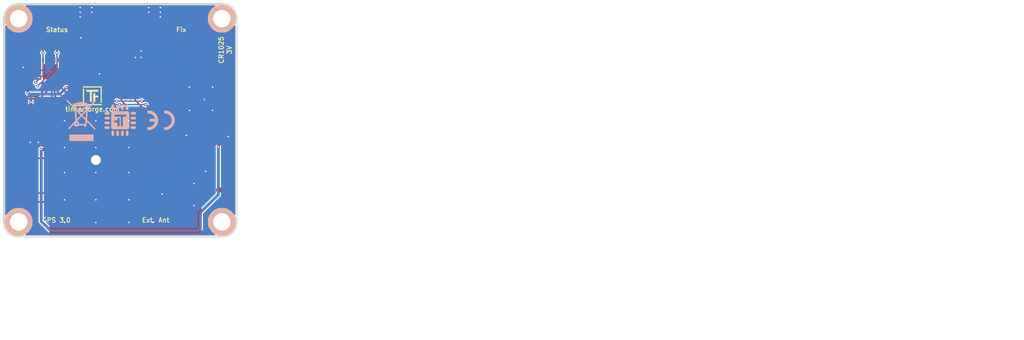
<source format=kicad_pcb>
(kicad_pcb (version 20221018) (generator pcbnew)
  (title_block (title "GPS Bricklet") (date "2020-10-14") (rev "3.0") (company "Tinkerforge GmbH") (comment 1 "Licensed under CERN OHL v.1.1") (comment 2 "Copyright (©) 2020, T.Schneidermann <tim@tinkerforge.com>"))
  (layers (0 "F.Cu" signal) (31 "B.Cu" signal) (34 "B.Paste" user) (35 "F.Paste" user) (36 "B.SilkS" user "B.Silkscreen") (37 "F.SilkS" user "F.Silkscreen") (38 "B.Mask" user) (39 "F.Mask" user) (44 "Edge.Cuts" user))
  (net 0 "")
  (net 1 "GND")
  (net 2 "VCC")
  (net 3 "Net-(D101-Pad2)")
  (net 4 "Net-(P101-Pad4)")
  (net 5 "Net-(P101-Pad5)")
  (net 6 "Net-(P101-Pad6)")
  (net 7 "Net-(P103-Pad2)")
  (net 8 "S-MISO")
  (net 9 "S-MOSI")
  (net 10 "S-CLK")
  (net 11 "S-CS")
  (net 12 "Net-(U101-Pad4)")
  (net 13 "Net-(U101-Pad5)")
  (net 14 "Net-(C3-Pad2)")
  (net 15 "Net-(RP2-Pad7)")
  (net 16 "Net-(RP2-Pad6)")
  (net 17 "Net-(U101-Pad3)")
  (net 18 "Net-(BT1-Pad1)")
  (net 19 "Net-(C1-Pad1)")
  (net 20 "Net-(C5-Pad2)")
  (net 21 "Net-(D1-Pad2)")
  (net 22 "Net-(L2-Pad2)")
  (net 23 "Net-(P1-Pad1)")
  (net 24 "Net-(P101-Pad1)")
  (net 25 "ANT_SWITCH")
  (net 26 "RESET")
  (net 27 "Net-(R2-Pad2)")
  (net 28 "TXD")
  (net 29 "RXD")
  (net 30 "Net-(R3-Pad2)")
  (net 31 "Net-(RP2-Pad4)")
  (net 32 "Net-(RP2-Pad3)")
  (net 33 "Net-(RP2-Pad2)")
  (net 34 "Net-(RP2-Pad1)")
  (net 35 "SCL")
  (net 36 "Net-(RP3-Pad6)")
  (net 37 "Net-(RP3-Pad7)")
  (net 38 "SDA")
  (net 39 "3D_FIX")
  (net 40 "Net-(U1-Pad6)")
  (net 41 "Net-(U1-Pad7)")
  (net 42 "1PPS")
  (net 43 "Net-(U1-Pad16)")
  (net 44 "Net-(U1-Pad17)")
  (net 45 "Net-(U1-Pad18)")
  (net 46 "Net-(U1-Pad20)")
  (net 47 "Net-(U101-Pad11)")
  (net 48 "Net-(L3-Pad1)")
  (net 49 "Net-(U101-Pad6)")
  (net 50 "Net-(U101-Pad2)")
  (net 51 "Net-(Q1-PadG)")
  (footprint "kicad-libraries:DRILL_NP" (layer "F.Cu") (at 102.5 102.5)
    (fp_text reference "U103" hide)
    (fp_text value "DRILL" hide)
    (pad "" np_thru_hole circle (at 0 0) (size 2.99974 2.99974) (drill 2.99974) (layers "*.Cu" "*.Mask" "F.SilkS") (clearance 0.89916))
  )
  (footprint "kicad-libraries:DRILL_NP" (layer "F.Cu") (at 137.5 137.5)
    (fp_text reference "U104" hide)
    (fp_text value "DRILL" hide)
    (pad "" np_thru_hole circle (at 0 0) (size 2.99974 2.99974) (drill 2.99974) (layers "*.Cu" "*.Mask" "F.SilkS") (clearance 0.89916))
  )
  (footprint "kicad-libraries:DRILL_NP" (layer "F.Cu") (at 137.5 102.5)
    (fp_text reference "U105" hide)
    (fp_text value "DRILL" hide)
    (pad "" np_thru_hole circle (at 0 0) (size 2.99974 2.99974) (drill 2.99974) (layers "*.Cu" "*.Mask" "F.SilkS") (clearance 0.89916))
  )
  (footprint "kicad-libraries:DRILL_NP" (layer "F.Cu") (at 102.5 137.5)
    (fp_text reference "U106" hide)
    (fp_text value "DRILL" hide)
    (pad "" np_thru_hole circle (at 0 0) (size 2.99974 2.99974) (drill 2.99974) (layers "*.Cu" "*.Mask" "F.SilkS") (clearance 0.89916))
  )
  (footprint "kicad-libraries:Logo_31x31" (layer "F.Cu") (at 115.2 115.8)
    (fp_text reference "G***" hide)
    (fp_text value "LOGO" hide)
  )
  (footprint "kicad-libraries:BATTERY_HOLDER_BK870" (layer "F.Cu") (at 134 116.4 90)
    (fp_text reference "BT1" (at 0 0.5 90) (layer "F.SilkS") (effects (font (size 0.15 0.15) (thickness 0.0375))))
    (fp_text value "CR1025 3V")
    (pad "1" smd rect (at -7.7 0 90) (size 3.2 3.2) (layers "F.Cu" "F.Paste" "F.Mask") (net 18 "Net-(BT1-Pad1)"))
    (pad "1" smd rect (at 7.7 0 90) (size 3.2 3.2) (layers "F.Cu" "F.Paste" "F.Mask") (net 18 "Net-(BT1-Pad1)"))
    (pad "2" smd circle (at 0 0 90) (size 8.13 8.13) (layers "F.Cu" "F.Mask") (net 1 "GND"))
  )
  (footprint "kicad-libraries:C0402F" (layer "F.Cu") (at 114.3 105.8 180)
    (fp_text reference "C1")
    (fp_text value "220pF")
    (pad "1" smd rect (at -0.5 0 180) (size 0.6 0.7) (layers "F.Cu" "F.Paste" "F.Mask") (net 19 "Net-(C1-Pad1)"))
    (pad "2" smd rect (at 0.5 0 180) (size 0.6 0.7) (layers "F.Cu" "F.Paste" "F.Mask") (net 1 "GND"))
  )
  (footprint "kicad-libraries:C0603E" (layer "F.Cu") (at 137.8 123.6 180)
    (fp_text reference "C2")
    (fp_text value "1uF")
    (pad "1" smd rect (at -0.8501 0 180) (size 1.1 1) (layers "F.Cu" "F.Paste" "F.Mask") (net 1 "GND"))
    (pad "2" smd rect (at 0.8501 0 180) (size 1.1 1) (layers "F.Cu" "F.Paste" "F.Mask") (net 18 "Net-(BT1-Pad1)"))
  )
  (footprint "kicad-libraries:C0603F" (layer "F.Cu") (at 104.5 122.2 90)
    (fp_text reference "C3")
    (fp_text value "1uF")
    (pad "1" smd rect (at -0.75 0 90) (size 0.9 0.9) (layers "F.Cu" "F.Paste" "F.Mask") (net 1 "GND"))
    (pad "2" smd rect (at 0.75 0 90) (size 0.9 0.9) (layers "F.Cu" "F.Paste" "F.Mask") (net 14 "Net-(C3-Pad2)"))
  )
  (footprint "kicad-libraries:C0603F" (layer "F.Cu") (at 105.9 122.2 90)
    (fp_text reference "C4")
    (fp_text value "100nF")
    (pad "1" smd rect (at -0.75 0 90) (size 0.9 0.9) (layers "F.Cu" "F.Paste" "F.Mask") (net 1 "GND"))
    (pad "2" smd rect (at 0.75 0 90) (size 0.9 0.9) (layers "F.Cu" "F.Paste" "F.Mask") (net 14 "Net-(C3-Pad2)"))
  )
  (footprint "kicad-libraries:C0603F" (layer "F.Cu") (at 131.6 131.2 180)
    (fp_text reference "C5")
    (fp_text value "DNP")
    (pad "1" smd rect (at -0.75 0 180) (size 0.9 0.9) (layers "F.Cu" "F.Paste" "F.Mask") (net 1 "GND"))
    (pad "2" smd rect (at 0.75 0 180) (size 0.9 0.9) (layers "F.Cu" "F.Paste" "F.Mask") (net 20 "Net-(C5-Pad2)"))
  )
  (footprint "kicad-libraries:C0603F" (layer "F.Cu") (at 121.9 108.3 180)
    (fp_text reference "C101")
    (fp_text value "1uF")
    (pad "1" smd rect (at -0.75 0 180) (size 0.9 0.9) (layers "F.Cu" "F.Paste" "F.Mask") (net 1 "GND"))
    (pad "2" smd rect (at 0.75 0 180) (size 0.9 0.9) (layers "F.Cu" "F.Paste" "F.Mask") (net 2 "VCC"))
  )
  (footprint "kicad-libraries:C0805E" (layer "F.Cu") (at 121.9 106.7 180)
    (fp_text reference "C102")
    (fp_text value "10uF")
    (pad "1" smd rect (at -0.95 0 180) (size 1.3 1.5) (layers "F.Cu" "F.Paste" "F.Mask") (net 1 "GND") (clearance 0.14986))
    (pad "2" smd rect (at 0.95 0 180) (size 1.3 1.5) (layers "F.Cu" "F.Paste" "F.Mask") (net 2 "VCC") (clearance 0.14986))
  )
  (footprint "kicad-libraries:C0603F" (layer "F.Cu") (at 104.1 111.7 -90)
    (fp_text reference "C103")
    (fp_text value "100nF")
    (pad "1" smd rect (at -0.75 0 270) (size 0.9 0.9) (layers "F.Cu" "F.Paste" "F.Mask") (net 1 "GND"))
    (pad "2" smd rect (at 0.75 0 270) (size 0.9 0.9) (layers "F.Cu" "F.Paste" "F.Mask") (net 2 "VCC"))
  )
  (footprint "kicad-libraries:D0603E" (layer "F.Cu") (at 130.5 102.1 -90)
    (fp_text reference "D1")
    (fp_text value "LED green")
    (pad "1" smd rect (at -0.8501 0 270) (size 1.1 1) (layers "F.Cu" "F.Paste" "F.Mask") (net 2 "VCC"))
    (pad "2" smd rect (at 0.8501 0 270) (size 1.1 1) (layers "F.Cu" "F.Paste" "F.Mask") (net 21 "Net-(D1-Pad2)"))
  )
  (footprint "kicad-libraries:D0603E" (layer "F.Cu") (at 109.1 102.1 -90)
    (fp_text reference "D101")
    (fp_text value "LED blue")
    (pad "1" smd rect (at -0.8501 0 270) (size 1.1 1) (layers "F.Cu" "F.Paste" "F.Mask") (net 2 "VCC"))
    (pad "2" smd rect (at 0.8501 0 270) (size 1.1 1) (layers "F.Cu" "F.Paste" "F.Mask") (net 3 "Net-(D101-Pad2)"))
  )
  (footprint "kicad-libraries:R0603F" (layer "F.Cu") (at 104.6 119.2 90)
    (fp_text reference "L1")
    (fp_text value "FB")
    (pad "1" smd rect (at -0.75 0 90) (size 0.9 0.9) (layers "F.Cu" "F.Paste" "F.Mask") (net 14 "Net-(C3-Pad2)"))
    (pad "2" smd rect (at 0.75 0 90) (size 0.9 0.9) (layers "F.Cu" "F.Paste" "F.Mask") (net 2 "VCC"))
  )
  (footprint "kicad-libraries:0603F" (layer "F.Cu") (at 130.8 133.4 -90)
    (fp_text reference "L2")
    (fp_text value "DNP")
    (pad "1" smd rect (at -0.75 0 270) (size 0.9 0.9) (layers "F.Cu" "F.Paste" "F.Mask") (net 20 "Net-(C5-Pad2)"))
    (pad "2" smd rect (at 0.75 0 270) (size 0.9 0.9) (layers "F.Cu" "F.Paste" "F.Mask") (net 22 "Net-(L2-Pad2)"))
  )
  (footprint "kicad-libraries:DEBUG_PAD" (layer "F.Cu") (at 115.5 113.5)
    (fp_text reference "P1")
    (fp_text value "Debug")
    (pad "1" smd circle (at 0 0) (size 0.7 0.7) (layers "F.Cu" "F.Paste" "F.Mask") (net 23 "Net-(P1-Pad1)"))
  )
  (footprint "kicad-libraries:CON-SENSOR2" (layer "F.Cu") (at 120 100 180)
    (fp_text reference "P101")
    (fp_text value "CON-SENSOR")
    (pad "1" smd rect (at -3.75 -4.6 180) (size 0.6 1.8) (layers "F.Cu" "F.Paste" "F.Mask") (net 24 "Net-(P101-Pad1)"))
    (pad "2" smd rect (at -2.5 -4.6 180) (size 0.6 1.8) (layers "F.Cu" "F.Paste" "F.Mask") (net 1 "GND"))
    (pad "3" smd rect (at -1.25 -4.6 180) (size 0.6 1.8) (layers "F.Cu" "F.Paste" "F.Mask") (net 2 "VCC"))
    (pad "4" smd rect (at 0 -4.6 180) (size 0.6 1.8) (layers "F.Cu" "F.Paste" "F.Mask") (net 4 "Net-(P101-Pad4)"))
    (pad "5" smd rect (at 1.25 -4.6 180) (size 0.6 1.8) (layers "F.Cu" "F.Paste" "F.Mask") (net 5 "Net-(P101-Pad5)"))
    (pad "6" smd rect (at 2.5 -4.6 180) (size 0.6 1.8) (layers "F.Cu" "F.Paste" "F.Mask") (net 6 "Net-(P101-Pad6)"))
    (pad "7" smd rect (at 3.75 -4.6 180) (size 0.6 1.8) (layers "F.Cu" "F.Paste" "F.Mask") (net 19 "Net-(C1-Pad1)"))
    (pad "EP" smd rect (at -5.9 -1.2 180) (size 1.4 2.4) (layers "F.Cu" "F.Paste" "F.Mask") (net 1 "GND"))
    (pad "EP" smd rect (at 5.9 -1.2 180) (size 1.4 2.4) (layers "F.Cu" "F.Paste" "F.Mask") (net 1 "GND"))
  )
  (footprint "kicad-libraries:SolderJumper" (layer "F.Cu") (at 115.5 112 180)
    (fp_text reference "P103")
    (fp_text value "Boot")
    (pad "1" smd rect (at -0.5 0 180) (size 0.4 1.4) (layers "F.Cu" "F.Mask") (net 1 "GND"))
    (pad "1" smd rect (at -0.225 -0.55 180) (size 0.95 0.3) (layers "F.Cu" "F.Mask") (net 1 "GND"))
    (pad "1" smd rect (at -0.225 0.55 180) (size 0.95 0.3) (layers "F.Cu" "F.Mask") (net 1 "GND"))
    (pad "2" smd rect (at 0.15 0 180) (size 0.6 0.5) (layers "F.Cu" "F.Mask") (net 7 "Net-(P103-Pad2)"))
    (pad "2" smd rect (at 0.55 0 180) (size 0.3 1.4) (layers "F.Cu" "F.Mask") (net 7 "Net-(P103-Pad2)"))
  )
  (footprint "kicad-libraries:U.FL-CON" (layer "F.Cu") (at 130.8 137.2 180)
    (fp_text reference "P104")
    (fp_text value "U.FL")
    (pad "1" smd rect (at 0 1.50114 180) (size 1.00076 1.05156) (layers "F.Cu" "F.Paste" "F.Mask") (net 22 "Net-(L2-Pad2)"))
    (pad "2" smd rect (at -1.45034 0 180) (size 1.09982 2.19964) (layers "F.Cu" "F.Paste" "F.Mask") (net 1 "GND"))
    (pad "2" smd rect (at 0 -1.50114 180) (size 1.00076 1.00076) (layers "F.Cu" "F.Paste" "F.Mask") (net 1 "GND"))
    (pad "2" smd rect (at 1.45034 0 180) (size 1.09982 2.19964) (layers "F.Cu" "F.Paste" "F.Mask") (net 1 "GND"))
  )
  (footprint "kicad-libraries:SOT23GDS" (layer "F.Cu") (at 130.8 128.8)
    (fp_text reference "Q1")
    (fp_text value "DNP")
    (pad "D" smd rect (at 0 1.016) (size 0.9144 0.9144) (layers "F.Cu" "F.Paste" "F.Mask") (net 20 "Net-(C5-Pad2)"))
    (pad "G" smd rect (at 0.889 -1.016) (size 0.9144 0.9144) (layers "F.Cu" "F.Paste" "F.Mask") (net 51 "Net-(Q1-PadG)"))
    (pad "S" smd rect (at -0.889 -1.016) (size 0.9144 0.9144) (layers "F.Cu" "F.Paste" "F.Mask") (net 48 "Net-(L3-Pad1)"))
  )
  (footprint "kicad-libraries:R0603F" (layer "F.Cu") (at 103.2 121.4 90)
    (fp_text reference "R1")
    (fp_text value "10k")
    (pad "1" smd rect (at -0.75 0 90) (size 0.9 0.9) (layers "F.Cu" "F.Paste" "F.Mask") (net 26 "RESET"))
    (pad "2" smd rect (at 0.75 0 90) (size 0.9 0.9) (layers "F.Cu" "F.Paste" "F.Mask") (net 14 "Net-(C3-Pad2)"))
  )
  (footprint "kicad-libraries:R0603F" (layer "F.Cu") (at 104.2 131.5 -90)
    (fp_text reference "R2")
    (fp_text value "470")
    (pad "1" smd rect (at -0.75 0 270) (size 0.9 0.9) (layers "F.Cu" "F.Paste" "F.Mask") (net 28 "TXD"))
    (pad "2" smd rect (at 0.75 0 270) (size 0.9 0.9) (layers "F.Cu" "F.Paste" "F.Mask") (net 27 "Net-(R2-Pad2)"))
  )
  (footprint "kicad-libraries:R0603F" (layer "F.Cu") (at 102.8 131.5 -90)
    (fp_text reference "R3")
    (fp_text value "470")
    (pad "1" smd rect (at -0.75 0 270) (size 0.9 0.9) (layers "F.Cu" "F.Paste" "F.Mask") (net 29 "RXD"))
    (pad "2" smd rect (at 0.75 0 270) (size 0.9 0.9) (layers "F.Cu" "F.Paste" "F.Mask") (net 30 "Net-(R3-Pad2)"))
  )
  (footprint "kicad-libraries:4X0402" (layer "F.Cu") (at 114.3 107.5 90)
    (fp_text reference "RP1")
    (fp_text value "82")
    (pad "1" smd rect (at -0.7493 0.575 270) (size 0.29972 0.65) (layers "F.Cu" "F.Paste" "F.Mask") (net 4 "Net-(P101-Pad4)"))
    (pad "2" smd rect (at -0.24892 0.575 270) (size 0.29972 0.65) (layers "F.Cu" "F.Paste" "F.Mask") (net 5 "Net-(P101-Pad5)"))
    (pad "3" smd rect (at 0.24892 0.575 270) (size 0.29972 0.65) (layers "F.Cu" "F.Paste" "F.Mask") (net 6 "Net-(P101-Pad6)"))
    (pad "4" smd rect (at 0.7493 0.575 270) (size 0.29972 0.65) (layers "F.Cu" "F.Paste" "F.Mask") (net 19 "Net-(C1-Pad1)"))
    (pad "5" smd rect (at 0.7493 -0.575 90) (size 0.29972 0.65) (layers "F.Cu" "F.Paste" "F.Mask") (net 8 "S-MISO"))
    (pad "6" smd rect (at 0.24892 -0.575 90) (size 0.29972 0.65) (layers "F.Cu" "F.Paste" "F.Mask") (net 9 "S-MOSI"))
    (pad "7" smd rect (at -0.24892 -0.575 90) (size 0.29972 0.65) (layers "F.Cu" "F.Paste" "F.Mask") (net 10 "S-CLK"))
    (pad "8" smd rect (at -0.7493 -0.575 90) (size 0.29972 0.65) (layers "F.Cu" "F.Paste" "F.Mask") (net 11 "S-CS"))
  )
  (footprint "kicad-libraries:4X0603" (layer "F.Cu") (at 107.9 106.6 180)
    (fp_text reference "RP2")
    (fp_text value "1k")
    (pad "1" smd rect (at -1.19888 -0.8509 180) (size 0.44958 0.89916) (layers "F.Cu" "F.Paste" "F.Mask") (net 34 "Net-(RP2-Pad1)"))
    (pad "2" smd rect (at -0.39878 -0.8509 180) (size 0.44958 0.89916) (layers "F.Cu" "F.Paste" "F.Mask") (net 33 "Net-(RP2-Pad2)"))
    (pad "3" smd rect (at 0.39878 -0.8509 180) (size 0.44958 0.89916) (layers "F.Cu" "F.Paste" "F.Mask") (net 32 "Net-(RP2-Pad3)"))
    (pad "4" smd rect (at 1.19888 -0.8509 180) (size 0.44958 0.89916) (layers "F.Cu" "F.Paste" "F.Mask") (net 31 "Net-(RP2-Pad4)"))
    (pad "5" smd rect (at 1.19888 0.8509 180) (size 0.44958 0.89916) (layers "F.Cu" "F.Paste" "F.Mask") (net 3 "Net-(D101-Pad2)"))
    (pad "6" smd rect (at 0.39878 0.8509 180) (size 0.44958 0.89916) (layers "F.Cu" "F.Paste" "F.Mask") (net 16 "Net-(RP2-Pad6)"))
    (pad "7" smd rect (at -0.39878 0.8509 180) (size 0.44958 0.89916) (layers "F.Cu" "F.Paste" "F.Mask") (net 15 "Net-(RP2-Pad7)"))
    (pad "8" smd rect (at -1.19888 0.8509 180) (size 0.44958 0.89916) (layers "F.Cu" "F.Paste" "F.Mask") (net 21 "Net-(D1-Pad2)"))
  )
  (footprint "kicad-libraries:4X0603" (layer "F.Cu") (at 121.4 115.1)
    (fp_text reference "RP3")
    (fp_text value "4,7k")
    (pad "1" smd rect (at -1.19888 -0.8509) (size 0.44958 0.89916) (layers "F.Cu" "F.Paste" "F.Mask") (net 2 "VCC"))
    (pad "2" smd rect (at -0.39878 -0.8509) (size 0.44958 0.89916) (layers "F.Cu" "F.Paste" "F.Mask") (net 2 "VCC"))
    (pad "3" smd rect (at 0.39878 -0.8509) (size 0.44958 0.89916) (layers "F.Cu" "F.Paste" "F.Mask") (net 2 "VCC"))
    (pad "4" smd rect (at 1.19888 -0.8509) (size 0.44958 0.89916) (layers "F.Cu" "F.Paste" "F.Mask") (net 2 "VCC"))
    (pad "5" smd rect (at 1.19888 0.8509) (size 0.44958 0.89916) (layers "F.Cu" "F.Paste" "F.Mask") (net 35 "SCL"))
    (pad "6" smd rect (at 0.39878 0.8509) (size 0.44958 0.89916) (layers "F.Cu" "F.Paste" "F.Mask") (net 36 "Net-(RP3-Pad6)"))
    (pad "7" smd rect (at -0.39878 0.8509) (size 0.44958 0.89916) (layers "F.Cu" "F.Paste" "F.Mask") (net 37 "Net-(RP3-Pad7)"))
    (pad "8" smd rect (at -1.19888 0.8509) (size 0.44958 0.89916) (layers "F.Cu" "F.Paste" "F.Mask") (net 38 "SDA"))
  )
  (footprint "kicad-libraries:PA1616D" (layer "F.Cu") (at 115.8 127.3)
    (fp_text reference "U1")
    (fp_text value "PA1616D")
    (pad "" np_thru_hole circle (at 0 -0.45) (size 1.2 1.2) (drill 1.2) (layers "*.Cu" "*.Mask"))
    (pad "1" smd roundrect (at -7.8 -6.75) (size 2 1) (layers "F.Cu" "F.Paste" "F.Mask") (roundrect_rratio 0.15) (net 14 "Net-(C3-Pad2)"))
    (pad "2" smd roundrect (at -7.8 -5.25) (size 2 1) (layers "F.Cu" "F.Paste" "F.Mask") (roundrect_rratio 0.15) (net 26 "RESET"))
    (pad "3" smd roundrect (at -7.8 -3.75) (size 2 1) (layers "F.Cu" "F.Paste" "F.Mask") (roundrect_rratio 0.15) (net 1 "GND"))
    (pad "4" smd roundrect (at -7.8 -2.25) (size 2 1) (layers "F.Cu" "F.Paste" "F.Mask") (roundrect_rratio 0.15) (net 18 "Net-(BT1-Pad1)"))
    (pad "5" smd roundrect (at -7.8 -0.75) (size 2 1) (layers "F.Cu" "F.Paste" "F.Mask") (roundrect_rratio 0.15) (net 39 "3D_FIX"))
    (pad "6" smd roundrect (at -7.8 0.75) (size 2 1) (layers "F.Cu" "F.Paste" "F.Mask") (roundrect_rratio 0.15) (net 40 "Net-(U1-Pad6)"))
    (pad "7" smd roundrect (at -7.8 2.25) (size 2 1) (layers "F.Cu" "F.Paste" "F.Mask") (roundrect_rratio 0.15) (net 41 "Net-(U1-Pad7)"))
    (pad "8" smd roundrect (at -7.8 3.75) (size 2 1) (layers "F.Cu" "F.Paste" "F.Mask") (roundrect_rratio 0.15) (net 1 "GND"))
    (pad "9" smd roundrect (at -7.8 5.25) (size 2 1) (layers "F.Cu" "F.Paste" "F.Mask") (roundrect_rratio 0.15) (net 27 "Net-(R2-Pad2)"))
    (pad "10" smd roundrect (at -7.8 6.75) (size 2 1) (layers "F.Cu" "F.Paste" "F.Mask") (roundrect_rratio 0.15) (net 30 "Net-(R3-Pad2)"))
    (pad "11" smd roundrect (at 7.8 6.75) (size 2 1) (layers "F.Cu" "F.Paste" "F.Mask") (roundrect_rratio 0.15) (net 22 "Net-(L2-Pad2)"))
    (pad "12" smd roundrect (at 7.8 5.25) (size 2 1) (layers "F.Cu" "F.Paste" "F.Mask") (roundrect_rratio 0.15) (net 1 "GND"))
    (pad "13" smd roundrect (at 7.8 3.75) (size 2 1) (layers "F.Cu" "F.Paste" "F.Mask") (roundrect_rratio 0.15) (net 42 "1PPS"))
    (pad "14" smd roundrect (at 7.8 2.25) (size 2 1) (layers "F.Cu" "F.Paste" "F.Mask") (roundrect_rratio 0.15) (net 35 "SCL"))
    (pad "15" smd roundrect (at 7.8 0.75) (size 2 1) (layers "F.Cu" "F.Paste" "F.Mask") (roundrect_rratio 0.15) (net 38 "SDA"))
    (pad "16" smd roundrect (at 7.8 -0.75) (size 2 1) (layers "F.Cu" "F.Paste" "F.Mask") (roundrect_rratio 0.15) (net 43 "Net-(U1-Pad16)"))
    (pad "17" smd roundrect (at 7.8 -2.25) (size 2 1) (layers "F.Cu" "F.Paste" "F.Mask") (roundrect_rratio 0.15) (net 44 "Net-(U1-Pad17)"))
    (pad "18" smd roundrect (at 7.8 -3.75) (size 2 1) (layers "F.Cu" "F.Paste" "F.Mask") (roundrect_rratio 0.15) (net 45 "Net-(U1-Pad18)"))
    (pad "19" smd roundrect (at 7.8 -5.25) (size 2 1) (layers "F.Cu" "F.Paste" "F.Mask") (roundrect_rratio 0.15) (net 1 "GND"))
    (pad "20" smd roundrect (at 7.8 -6.75) (size 2 1) (layers "F.Cu" "F.Paste" "F.Mask") (roundrect_rratio 0.15) (net 46 "Net-(U1-Pad20)"))
  )
  (footprint "kicad-libraries:QFN24-4x4mm-0.5mm" (layer "F.Cu") (at 107.95 111.65 -90)
    (fp_text reference "U101")
    (fp_text value "XMC1302-32")
    (pad "1" smd oval (at -2.025 -1.25 270) (size 1 0.3) (layers "F.Cu" "F.Paste" "F.Mask") (net 8 "S-MISO"))
    (pad "2" smd oval (at -2.025 -0.75 270) (size 1 0.3) (layers "F.Cu" "F.Paste" "F.Mask") (net 50 "Net-(U101-Pad2)"))
    (pad "3" smd oval (at -2.025 -0.25 270) (size 1 0.3) (layers "F.Cu" "F.Paste" "F.Mask") (net 17 "Net-(U101-Pad3)"))
    (pad "4" smd oval (at -2.025 0.25 270) (size 1 0.3) (layers "F.Cu" "F.Paste" "F.Mask") (net 12 "Net-(U101-Pad4)"))
    (pad "5" smd oval (at -2.025 0.75 270) (size 1 0.3) (layers "F.Cu" "F.Paste" "F.Mask") (net 13 "Net-(U101-Pad5)"))
    (pad "6" smd oval (at -2.025 1.25 270) (size 1 0.3) (layers "F.Cu" "F.Paste" "F.Mask") (net 49 "Net-(U101-Pad6)"))
    (pad "7" smd oval (at -1.25 2.025) (size 1 0.3) (layers "F.Cu" "F.Paste" "F.Mask") (net 29 "RXD"))
    (pad "8" smd oval (at -0.75 2.025) (size 1 0.3) (layers "F.Cu" "F.Paste" "F.Mask") (net 28 "TXD"))
    (pad "9" smd oval (at -0.25 2.025) (size 1 0.3) (layers "F.Cu" "F.Paste" "F.Mask") (net 1 "GND"))
    (pad "10" smd oval (at 0.25 2.025) (size 1 0.3) (layers "F.Cu" "F.Paste" "F.Mask") (net 2 "VCC"))
    (pad "11" smd oval (at 0.75 2.025) (size 1 0.3) (layers "F.Cu" "F.Paste" "F.Mask") (net 47 "Net-(U101-Pad11)"))
    (pad "12" smd oval (at 1.25 2.025) (size 1 0.3) (layers "F.Cu" "F.Paste" "F.Mask") (net 31 "Net-(RP2-Pad4)"))
    (pad "13" smd oval (at 2.025 1.25 270) (size 1 0.3) (layers "F.Cu" "F.Paste" "F.Mask") (net 34 "Net-(RP2-Pad1)"))
    (pad "14" smd oval (at 2.025 0.75 270) (size 1 0.3) (layers "F.Cu" "F.Paste" "F.Mask") (net 39 "3D_FIX"))
    (pad "15" smd oval (at 2.025 0.25 270) (size 1 0.3) (layers "F.Cu" "F.Paste" "F.Mask") (net 26 "RESET"))
    (pad "16" smd oval (at 2.025 -0.25 270) (size 1 0.3) (layers "F.Cu" "F.Paste" "F.Mask") (net 42 "1PPS"))
    (pad "17" smd oval (at 2.025 -0.75 270) (size 1 0.3) (layers "F.Cu" "F.Paste" "F.Mask") (net 25 "ANT_SWITCH"))
    (pad "18" smd oval (at 2.025 -1.25 270) (size 1 0.3) (layers "F.Cu" "F.Paste" "F.Mask") (net 38 "SDA"))
    (pad "19" smd oval (at 1.25 -2.025) (size 1 0.3) (layers "F.Cu" "F.Paste" "F.Mask") (net 35 "SCL"))
    (pad "20" smd oval (at 0.75 -2.025) (size 1 0.3) (layers "F.Cu" "F.Paste" "F.Mask") (net 23 "Net-(P1-Pad1)"))
    (pad "21" smd oval (at 0.25 -2.025) (size 1 0.3) (layers "F.Cu" "F.Paste" "F.Mask") (net 7 "Net-(P103-Pad2)"))
    (pad "22" smd oval (at -0.25 -2.025) (size 1 0.3) (layers "F.Cu" "F.Paste" "F.Mask") (net 11 "S-CS"))
    (pad "23" smd oval (at -0.75 -2.025) (size 1 0.3) (layers "F.Cu" "F.Paste" "F.Mask") (net 10 "S-CLK"))
    (pad "24" smd oval (at -1.25 -2.025) (size 1 0.3) (layers "F.Cu" "F.Paste" "F.Mask") (net 9 "S-MOSI"))
    (pad "EXP" smd rect (at -0.65 -0.65 270) (size 1.3 1.3) (layers "F.Cu" "F.Paste" "F.Mask") (net 1 "GND"))
    (pad "EXP" smd rect (at -0.65 0.65 270) (size 1.3 1.3) (layers "F.Cu" "F.Paste" "F.Mask") (net 1 "GND"))
    (pad "EXP" smd rect (at 0.65 -0.65 270) (size 1.3 1.3) (layers "F.Cu" "F.Paste" "F.Mask") (net 1 "GND"))
    (pad "EXP" smd rect (at 0.65 0.65 270) (size 1.3 1.3) (layers "F.Cu" "F.Paste" "F.Mask") (net 1 "GND"))
  )
  (footprint "kicad-libraries:C0603F" (layer "F.Cu") (at 130.7 123.4 180)
    (fp_text reference "C6")
    (fp_text value "DNP")
    (pad "1" smd rect (at -0.75 0 180) (size 0.9 0.9) (layers "F.Cu" "F.Paste" "F.Mask") (net 1 "GND"))
    (pad "2" smd rect (at 0.75 0 180) (size 0.9 0.9) (layers "F.Cu" "F.Paste" "F.Mask") (net 2 "VCC"))
  )
  (footprint "kicad-libraries:R0603F" (layer "F.Cu") (at 129.9 125.6 90)
    (fp_text reference "L3")
    (fp_text value "DNP")
    (pad "1" smd rect (at -0.75 0 90) (size 0.9 0.9) (layers "F.Cu" "F.Paste" "F.Mask") (net 48 "Net-(L3-Pad1)"))
    (pad "2" smd rect (at 0.75 0 90) (size 0.9 0.9) (layers "F.Cu" "F.Paste" "F.Mask") (net 2 "VCC"))
  )
  (footprint "kicad-libraries:R0603F" (layer "F.Cu") (at 132.5 126.5 180)
    (fp_text reference "R4")
    (fp_text value "DNP")
    (pad "1" smd rect (at -0.75 0 180) (size 0.9 0.9) (layers "F.Cu" "F.Paste" "F.Mask") (net 25 "ANT_SWITCH"))
    (pad "2" smd rect (at 0.75 0 180) (size 0.9 0.9) (layers "F.Cu" "F.Paste" "F.Mask") (net 51 "Net-(Q1-PadG)"))
  )
  (footprint "kicad-libraries:R0603F" (layer "F.Cu") (at 134.7 127.3 -90)
    (fp_text reference "R5")
    (fp_text value "DNP")
    (pad "1" smd rect (at -0.75 0 270) (size 0.9 0.9) (layers "F.Cu" "F.Paste" "F.Mask") (net 25 "ANT_SWITCH"))
    (pad "2" smd rect (at 0.75 0 270) (size 0.9 0.9) (layers "F.Cu" "F.Paste" "F.Mask") (net 1 "GND"))
  )
  (footprint "kicad-libraries:Fiducial_Mark" (layer "F.Cu") (at 104 107)
    (fp_text reference "Fiducial_Mark" hide)
    (fp_text value "VAL**" hide)
    (pad "1" smd circle (at 0 0) (size 1.00076 1.00076) (layers "F.Cu" "F.Paste" "F.Mask") (clearance 0.65024))
  )
  (footprint "kicad-libraries:Fiducial_Mark" (layer "F.Cu") (at 127 113)
    (fp_text reference "Fiducial_Mark" hide)
    (fp_text value "VAL**" hide)
    (pad "1" smd circle (at 0 0) (size 1.00076 1.00076) (layers "F.Cu" "F.Paste" "F.Mask") (clearance 0.65024))
  )
  (footprint "kicad-libraries:Fiducial_Mark" (layer "F.Cu") (at 137 132)
    (fp_text reference "Fiducial_Mark" hide)
    (fp_text value "VAL**" hide)
    (pad "1" smd circle (at 0 0) (size 1.00076 1.00076) (layers "F.Cu" "F.Paste" "F.Mask") (clearance 0.65024))
  )
  (footprint "kicad-libraries:Logo_CoMCU" (layer "B.Cu") (at 120 120 180)
    (fp_text reference "G***" hide)
    (fp_text value "LOGO" hide)
  )
  (footprint "kicad-libraries:CE_5mm" (layer "B.Cu") (at 127 120 180)
    (fp_text reference "VAL" hide)
    (fp_text value "CE_5mm" hide)
  )
  (footprint "kicad-libraries:WEEE_7mm" (layer "B.Cu") (at 113.3 120 180)
    (fp_text reference "VAL" hide)
    (fp_text value "WEEE_7mm" hide)
  )
  (gr_arc (start 137.5 100) (mid 139.267767 100.732233) (end 140 102.5) (stroke (width 0.381)) (layer "Edge.Cuts"))
  (gr_arc (start 100 102.5) (mid 100.732233 100.732233) (end 102.5 100) (stroke (width 0.381)) (layer "Edge.Cuts"))
  (gr_arc (start 102.5 140) (mid 100.732233 139.267767) (end 100 137.5) (stroke (width 0.381)) (layer "Edge.Cuts"))
  (gr_line (start 140 137.5) (end 140 102.5) (stroke (width 0.381)) (layer "Edge.Cuts"))
  (gr_line (start 137.5 100) (end 102.5 100) (stroke (width 0.381)) (layer "Edge.Cuts"))
  (gr_line (start 100 102.5) (end 100 137.5) (stroke (width 0.381)) (layer "Edge.Cuts"))
  (gr_arc (start 140 137.5) (mid 139.267767 139.267767) (end 137.5 140) (stroke (width 0.381)) (layer "Edge.Cuts"))
  (gr_line (start 102.5 140) (end 137.5 140) (stroke (width 0.381)) (layer "Edge.Cuts"))
  (gr_text "tinkerforge.com" (at 115.2 118.1) (layer "F.SilkS") (effects (font (size 0.8 0.8))))
  (gr_text "CR1025" (at 137.4 107.9 90) (layer "F.SilkS") (effects (font (size 0.8 0.8))))
  (gr_text "Ext. Ant" (at 126.1 137.2) (layer "F.SilkS") (effects (font (size 0.8 0.8))))
  (gr_text "3V" (at 138.8 107.9 90) (layer "F.SilkS") (effects (font (size 0.8 0.8))))
  (gr_text "Status" (at 109.1 104.4) (layer "F.SilkS") (effects (font (size 0.8 0.8))))
  (gr_text "Fix" (at 130.5 104.4) (layer "F.SilkS") (effects (font (size 0.8 0.8))))
  (gr_text "GPS 3.0" (at 109 137.2) (layer "F.SilkS") (effects (font (size 0.8 0.8))))
  (segment (start 125.9 101.2) (end 124.9 101.2) (width 0.5) (layer "F.Cu") (net 1))
  (segment (start 125.9 101.2) (end 126.9 101.2) (width 0.5) (layer "F.Cu") (net 1))
  (segment (start 106.15 122.95) (end 106.6 123.4) (width 0.5) (layer "F.Cu") (net 1))
  (segment (start 105.925 111.4) (end 106.9 111.4) (width 0.25) (layer "F.Cu") (net 1))
  (segment (start 122.85 108.1) (end 122.65 108.3) (width 0.5) (layer "F.Cu") (net 1))
  (segment (start 122.85 106.7) (end 122.85 108.1) (width 0.5) (layer "F.Cu") (net 1))
  (segment (start 116 112) (end 116.4 112) (width 0.2) (layer "F.Cu") (net 1))
  (segment (start 114.1 101.2) (end 113.1 101.2) (width 0.5) (layer "F.Cu") (net 1))
  (segment (start 106.6 123.4) (end 107.85 123.4) (width 0.5) (layer "F.Cu") (net 1))
  (segment (start 116 112) (end 116 112.275) (width 0.2) (layer "F.Cu") (net 1))
  (segment (start 105.9 122.95) (end 105.9 123.8) (width 0.5) (layer "F.Cu") (net 1))
  (segment (start 104.5 122.95) (end 105.9 122.95) (width 0.5) (layer "F.Cu") (net 1))
  (segment (start 131.45 123.4) (end 131.45 122.65) (width 0.25) (layer "F.Cu") (net 1))
  (segment (start 106.9 111.4) (end 107.3 111) (width 0.25) (layer "F.Cu") (net 1))
  (segment (start 122.5 106.35) (end 122.85 106.7) (width 0.5) (layer "F.Cu") (net 1))
  (segment (start 122.5 104.6) (end 122.5 106.35) (width 0.5) (layer "F.Cu") (net 1))
  (segment (start 107.3 111) (end 108.6 111) (width 0.25) (layer "F.Cu") (net 1))
  (segment (start 108.6 112.3) (end 107.3 112.3) (width 0.25) (layer "F.Cu") (net 1))
  (segment (start 138.6501 122.8501) (end 138.6 122.8) (width 0.25) (layer "F.Cu") (net 1))
  (segment (start 104.1 110.95) (end 103.35 110.95) (width 0.5) (layer "F.Cu") (net 1))
  (segment (start 107.85 123.4) (end 108 123.55) (width 0.5) (layer "F.Cu") (net 1))
  (segment (start 104.5 122.95) (end 104.5 123.8) (width 0.5) (layer "F.Cu") (net 1))
  (segment (start 115.725 111.45) (end 116 111.725) (width 0.2) (layer "F.Cu") (net 1))
  (segment (start 116 112.275) (end 115.725 112.55) (width 0.2) (layer "F.Cu") (net 1))
  (segment (start 138.6501 123.6) (end 138.6501 122.8501) (width 0.25) (layer "F.Cu") (net 1))
  (segment (start 114.1 101.2) (end 115.1 101.2) (width 0.5) (layer "F.Cu") (net 1))
  (segment (start 104.1 110.95) (end 104.55 111.4) (width 0.25) (layer "F.Cu") (net 1))
  (segment (start 108.6 111) (end 108.6 112.3) (width 0.25) (layer "F.Cu") (net 1))
  (segment (start 131.45 122.65) (end 131.4 122.6) (width 0.25) (layer "F.Cu") (net 1))
  (segment (start 103.35 110.95) (end 103.3 110.9) (width 0.5) (layer "F.Cu") (net 1))
  (segment (start 113.8 105.8) (end 113.2 105.8) (width 0.25) (layer "F.Cu") (net 1))
  (segment (start 104.55 111.4) (end 105.925 111.4) (width 0.25) (layer "F.Cu") (net 1))
  (segment (start 105.9 122.95) (end 106.15 122.95) (width 0.5) (layer "F.Cu") (net 1))
  (segment (start 134.7 128.05) (end 134.7 128.8) (width 0.25) (layer "F.Cu") (net 1))
  (segment (start 116 111.725) (end 116 112) (width 0.2) (layer "F.Cu") (net 1))
  (via (at 124.9 101.4) (size 0.55) (drill 0.25) (layers "F.Cu" "B.Cu") (net 1))
  (via (at 126.9 101.4) (size 0.55) (drill 0.25) (layers "F.Cu" "B.Cu") (net 1))
  (via (at 126.9 100.6) (size 0.55) (drill 0.25) (layers "F.Cu" "B.Cu") (net 1))
  (via (at 126.9 102.2) (size 0.55) (drill 0.25) (layers "F.Cu" "B.Cu") (net 1))
  (via (at 124.9 100.6) (size 0.55) (drill 0.25) (layers "F.Cu" "B.Cu") (net 1))
  (via (at 121.5 124.7) (size 0.55) (drill 0.25) (layers "F.Cu" "B.Cu") (net 1))
  (via (at 115.8 124.7) (size 0.55) (drill 0.25) (layers "F.Cu" "B.Cu") (net 1))
  (via (at 110.4 124.7) (size 0.55) (drill 0.25) (layers "F.Cu" "B.Cu") (net 1))
  (via (at 122.6 109.2) (size 0.55) (drill 0.25) (layers "F.Cu" "B.Cu") (net 1))
  (via (at 135.9 118.3) (size 0.55) (drill 0.25) (layers "F.Cu" "B.Cu") (net 1))
  (via (at 105.9 123.8) (size 0.55) (drill 0.25) (layers "F.Cu" "B.Cu") (net 1))
  (via (at 121.5 137.6) (size 0.55) (drill 0.25) (layers "F.Cu" "B.Cu") (net 1))
  (via (at 115.1 101.4) (size 0.55) (drill 0.25) (layers "F.Cu" "B.Cu") (net 1))
  (via (at 115.8 133.7) (size 0.55) (drill 0.25) (layers "F.Cu" "B.Cu") (net 1))
  (via (at 110.4 133.7) (size 0.55) (drill 0.25) (layers "F.Cu" "B.Cu") (net 1))
  (via (at 123.6 109.2) (size 0.55) (drill 0.25) (layers "F.Cu" "B.Cu") (net 1))
  (via (at 113.2 105.8) (size 0.55) (drill 0.25) (layers "F.Cu" "B.Cu") (net 1))
  (via (at 132.7 130.9) (size 0.55) (drill 0.25) (layers "F.Cu" "B.Cu") (net 1))
  (via (at 125.6 137.6) (size 0.55) (drill 0.25) (layers "F.Cu" "B.Cu") (net 1))
  (via (at 115.8 137.6) (size 0.55) (drill 0.25) (layers "F.Cu" "B.Cu") (net 1))
  (via (at 113.1 100.6) (size 0.55) (drill 0.25) (layers "F.Cu" "B.Cu") (net 1))
  (via (at 131.9 118.3) (size 0.55) (drill 0.25) (layers "F.Cu" "B.Cu") (net 1))
  (via (at 121.5 120.1) (size 0.55) (drill 0.25) (layers "F.Cu" "B.Cu") (net 1))
  (via (at 115.8 120.1) (size 0.55) (drill 0.25) (layers "F.Cu" "B.Cu") (net 1))
  (via (at 103.3 110.9) (size 0.55) (drill 0.25) (layers "F.Cu" "B.Cu") (net 1))
  (via (at 121.5 129) (size 0.55) (drill 0.25) (layers "F.Cu" "B.Cu") (net 1))
  (via (at 110.4 120.1) (size 0.55) (drill 0.25) (layers "F.Cu" "B.Cu") (net 1))
  (via (at 104.5 123.8) (size 0.55) (drill 0.25) (layers "F.Cu" "B.Cu") (net 1))
  (via (at 127.2 132.7) (size 0.55) (drill 0.25) (layers "F.Cu" "B.Cu") (net 1))
  (via (at 115.8 129) (size 0.55) (drill 0.25) (layers "F.Cu" "B.Cu") (net 1))
  (via (at 121.5 133.7) (size 0.55) (drill 0.25) (layers "F.Cu" "B.Cu") (net 1))
  (via (at 135.9 114.3) (size 0.55) (drill 0.25) (layers "F.Cu" "B.Cu") (net 1))
  (via (at 115.1 100.6) (size 0.55) (drill 0.25) (layers "F.Cu" "B.Cu") (net 1))
  (via (at 110.4 129) (size 0.55) (drill 0.25) (layers "F.Cu" "B.Cu") (net 1))
  (via (at 113.1 101.4) (size 0.55) (drill 0.25) (layers "F.Cu" "B.Cu") (net 1))
  (via (at 131.4 122.6) (size 0.55) (drill 0.25) (layers "F.Cu" "B.Cu") (net 1))
  (via (at 132.7 134.7) (size 0.55) (drill 0.25) (layers "F.Cu" "B.Cu") (net 1))
  (via (at 123.6 108.1) (size 0.55) (drill 0.25) (layers "F.Cu" "B.Cu") (net 1))
  (via (at 110.4 137.6) (size 0.55) (drill 0.25) (layers "F.Cu" "B.Cu") (net 1))
  (via (at 134.7 128.8) (size 0.55) (drill 0.25) (layers "F.Cu" "B.Cu") (net 1))
  (via (at 116.4 112) (size 0.55) (drill 0.25) (layers "F.Cu" "B.Cu") (net 1))
  (via (at 138.6 122.8) (size 0.55) (drill 0.25) (layers "F.Cu" "B.Cu") (net 1))
  (via (at 131.9 114.3) (size 0.55) (drill 0.25) (layers "F.Cu" "B.Cu") (net 1))
  (via (at 113.1 102.2) (size 0.55) (drill 0.25) (layers "F.Cu" "B.Cu") (net 1))
  (segment (start 104.1 112.45) (end 104.65 111.9) (width 0.25) (layer "F.Cu") (net 2))
  (segment (start 104.6 118.45) (end 104.6 116.900002) (width 0.5) (layer "F.Cu") (net 2))
  (segment (start 130.5 101.2499) (end 129.3501 101.2499) (width 0.25) (layer "F.Cu") (net 2))
  (segment (start 122.59888 114.2491) (end 120.20112 114.2491) (width 0.25) (layer "F.Cu") (net 2))
  (segment (start 121.15 109.45) (end 121.8 110.1) (width 0.25) (layer "F.Cu") (net 2))
  (segment (start 120.95 105.95) (end 121.2 105.7) (width 0.5) (layer "F.Cu") (net 2))
  (segment (start 111.7 102.8) (end 110.1499 101.2499) (width 0.25) (layer "F.Cu") (net 2))
  (segment (start 127.7 110.1) (end 131.6 106.2) (width 0.25) (layer "F.Cu") (net 2))
  (segment (start 118.1 114.4) (end 110.7 114.4) (width 0.5) (layer "F.Cu") (net 2))
  (segment (start 131.6 106.2) (end 131.6 101.8) (width 0.25) (layer "F.Cu") (net 2))
  (segment (start 129.95 124.8) (end 129.9 124.85) (width 0.5) (layer "F.Cu") (net 2))
  (segment (start 120.20112 112.19888) (end 121 111.4) (width 0.25) (layer "F.Cu") (net 2))
  (segment (start 104.65 111.9) (end 105.925 111.9) (width 0.25) (layer "F.Cu") (net 2))
  (segment (start 120.95 106.7) (end 120.95 105.95) (width 0.5) (layer "F.Cu") (net 2))
  (segment (start 121.2 104.65) (end 121.25 104.6) (width 0.5) (layer "F.Cu") (net 2))
  (segment (start 129.3501 101.2499) (end 127.8 102.8) (width 0.25) (layer "F.Cu") (net 2))
  (segment (start 121 108.45) (end 121 111.4) (width 0.5) (layer "F.Cu") (net 2))
  (segment (start 104.1 112.45) (end 104.1 115.299998) (width 0.5) (layer "F.Cu") (net 2))
  (segment (start 120.95 108.1) (end 121.15 108.3) (width 0.5) (layer "F.Cu") (net 2))
  (segment (start 121.15 108.3) (end 121.15 109.45) (width 0.25) (layer "F.Cu") (net 2))
  (segment (start 104.1 115.299998) (end 104.099998 115.3) (width 0.5) (layer "F.Cu") (net 2))
  (segment (start 131.0499 101.2499) (end 130.5 101.2499) (width 0.25) (layer "F.Cu") (net 2))
  (segment (start 121.15 111.35) (end 118.1 114.4) (width 0.5) (layer "F.Cu") (net 2))
  (segment (start 127.8 102.8) (end 111.7 102.8) (width 0.25) (layer "F.Cu") (net 2))
  (segment (start 120.20112 114.2491) (end 120.20112 112.19888) (width 0.25) (layer "F.Cu") (net 2))
  (segment (start 121.15 108.3) (end 121 108.45) (width 0.5) (layer "F.Cu") (net 2))
  (segment (start 120.95 106.7) (end 120.95 108.1) (width 0.5) (layer "F.Cu") (net 2))
  (segment (start 121.8 110.1) (end 127.7 110.1) (width 0.25) (layer "F.Cu") (net 2))
  (segment (start 121.15 108.3) (end 121.15 111.35) (width 0.5) (layer "F.Cu") (net 2))
  (segment (start 121.15 111.35) (end 129.95 120.15) (width 0.5) (layer "F.Cu") (net 2))
  (segment (start 131.6 101.8) (end 131.0499 101.2499) (width 0.25) (layer "F.Cu") (net 2))
  (segment (start 129.95 120.15) (end 129.95 123.4) (width 0.5) (layer "F.Cu") (net 2))
  (segment (start 121.2 105.7) (end 121.2 104.65) (width 0.5) (layer "F.Cu") (net 2))
  (segment (start 129.95 123.4) (end 129.95 124.8) (width 0.5) (layer "F.Cu") (net 2))
  (segment (start 110.1499 101.2499) (end 109.1 101.2499) (width 0.25) (layer "F.Cu") (net 2))
  (via (at 110.7 114.4) (size 0.55) (drill 0.25) (layers "F.Cu" "B.Cu") (net 2))
  (via (at 104.099998 115.3) (size 0.55) (drill 0.25) (layers "F.Cu" "B.Cu") (net 2))
  (via (at 104.6 116.900002) (size 0.55) (drill 0.25) (layers "F.Cu" "B.Cu") (net 2))
  (segment (start 104.299998 115.5) (end 109.6 115.5) (width 0.5) (layer "B.Cu") (net 2))
  (segment (start 104.6 116) (end 104.6 116.900002) (width 0.5) (layer "B.Cu") (net 2))
  (segment (start 104.099998 115.3) (end 104.299998 115.5) (width 0.5) (layer "B.Cu") (net 2))
  (segment (start 109.6 115.5) (end 110.7 114.4) (width 0.5) (layer "B.Cu") (net 2))
  (segment (start 105 115.6) (end 104.6 116) (width 0.5) (layer "B.Cu") (net 2))
  (segment (start 107.9499 102.9501) (end 109.1 102.9501) (width 0.25) (layer "F.Cu") (net 3))
  (segment (start 106.70112 105.7491) (end 106.70112 104.19888) (width 0.25) (layer "F.Cu") (net 3))
  (segment (start 106.70112 104.19888) (end 107.9499 102.9501) (width 0.25) (layer "F.Cu") (net 3))
  (segment (start 120 105.75) (end 117.5007 108.2493) (width 0.25) (layer "F.Cu") (net 4))
  (segment (start 120 104.6) (end 120 105.75) (width 0.25) (layer "F.Cu") (net 4))
  (segment (start 117.5007 108.2493) (end 114.875 108.2493) (width 0.25) (layer "F.Cu") (net 4))
  (segment (start 116.75108 107.74892) (end 114.875 107.74892) (width 0.25) (layer "F.Cu") (net 5))
  (segment (start 118.75 104.6) (end 118.75 105.75) (width 0.25) (layer "F.Cu") (net 5))
  (segment (start 118.75 105.75) (end 116.75108 107.74892) (width 0.25) (layer "F.Cu") (net 5))
  (segment (start 117.5 104.6) (end 117.5 105.75) (width 0.25) (layer "F.Cu") (net 6))
  (segment (start 115.99892 107.25108) (end 114.875 107.25108) (width 0.25) (layer "F.Cu") (net 6))
  (segment (start 117.5 105.75) (end 115.99892 107.25108) (width 0.25) (layer "F.Cu") (net 6))
  (segment (start 115.25 111.9) (end 115.35 112) (width 0.25) (layer "F.Cu") (net 7))
  (segment (start 114.95 112) (end 115.35 112) (width 0.2) (layer "F.Cu") (net 7))
  (segment (start 109.975 111.9) (end 115.25 111.9) (width 0.25) (layer "F.Cu") (net 7))
  (segment (start 110.4 108.7) (end 110.4 109.5) (width 0.25) (layer "F.Cu") (net 8))
  (segment (start 110.4 109.5) (end 110.275 109.625) (width 0.25) (layer "F.Cu") (net 8))
  (segment (start 110.275 109.625) (end 109.2 109.625) (width 0.25) (layer "F.Cu") (net 8))
  (segment (start 112.3493 106.7507) (end 110.4 108.7) (width 0.25) (layer "F.Cu") (net 8))
  (segment (start 113.725 106.7507) (end 112.3493 106.7507) (width 0.25) (layer "F.Cu") (net 8))
  (segment (start 110.7 110.4) (end 111.1 110) (width 0.25) (layer "F.Cu") (net 9))
  (segment (start 111.1 110) (end 111.1 108.9) (width 0.25) (layer "F.Cu") (net 9))
  (segment (start 112.74892 107.25108) (end 113.725 107.25108) (width 0.25) (layer "F.Cu") (net 9))
  (segment (start 109.975 110.4) (end 110.7 110.4) (width 0.25) (layer "F.Cu") (net 9))
  (segment (start 111.1 108.9) (end 112.74892 107.25108) (width 0.25) (layer "F.Cu") (net 9))
  (segment (start 112.1 110.5) (end 112.1 108.904438) (width 0.25) (layer "F.Cu") (net 10))
  (segment (start 113.649481 107.824439) (end 113.725 107.74892) (width 0.25) (layer "F.Cu") (net 10))
  (segment (start 109.975 110.9) (end 111.7 110.9) (width 0.25) (layer "F.Cu") (net 10))
  (segment (start 113.179999 107.824439) (end 113.649481 107.824439) (width 0.25) (layer "F.Cu") (net 10))
  (segment (start 112.1 108.904438) (end 113.179999 107.824439) (width 0.25) (layer "F.Cu") (net 10))
  (segment (start 111.7 110.9) (end 112.1 110.5) (width 0.25) (layer "F.Cu") (net 10))
  (segment (start 113.725 108.2493) (end 113.725 110.075) (width 0.25) (layer "F.Cu") (net 11))
  (segment (start 112.4 111.4) (end 109.975 111.4) (width 0.25) (layer "F.Cu") (net 11))
  (segment (start 113.725 110.075) (end 112.4 111.4) (width 0.25) (layer "F.Cu") (net 11))
  (segment (start 106.8 120.55) (end 108 120.55) (width 0.5) (layer "F.Cu") (net 14))
  (segment (start 104.6 121.35) (end 104.5 121.45) (width 0.5) (layer "F.Cu") (net 14))
  (segment (start 104.05 121.45) (end 104.5 121.45) (width 0.25) (layer "F.Cu") (net 14))
  (segment (start 103.2 120.65) (end 103.25 120.65) (width 0.25) (layer "F.Cu") (net 14))
  (segment (start 104.5 121.45) (end 105.9 121.45) (width 0.5) (layer "F.Cu") (net 14))
  (segment (start 104.6 119.95) (end 104.6 121.35) (width 0.5) (layer "F.Cu") (net 14))
  (segment (start 103.25 120.65) (end 104.05 121.45) (width 0.25) (layer "F.Cu") (net 14))
  (segment (start 105.9 121.45) (end 106.8 120.55) (width 0.5) (layer "F.Cu") (net 14))
  (segment (start 138.8 119.4) (end 138.8 113.5) (width 0.5) (layer "F.Cu") (net 18))
  (segment (start 138.8 113.5) (end 134 108.7) (width 0.5) (layer "F.Cu") (net 18))
  (segment (start 134.5 123.6) (end 136.9499 123.6) (width 0.5) (layer "F.Cu") (net 18))
  (segment (start 134.1 124.1) (end 138.8 119.4) (width 0.5) (layer "F.Cu") (net 18))
  (segment (start 136.9499 123.6) (end 136.9499 124.5501) (width 0.5) (layer "F.Cu") (net 18))
  (segment (start 106.45 125.05) (end 106.4 125) (width 0.5) (layer "F.Cu") (net 18))
  (segment (start 136.9499 124.5501) (end 136.9 124.6) (width 0.5) (layer "F.Cu") (net 18))
  (segment (start 108 125.05) (end 106.45 125.05) (width 0.5) (layer "F.Cu") (net 18))
  (via (at 106.4 125) (size 0.55) (drill 0.25) (layers "F.Cu" "B.Cu") (net 18))
  (via (at 136.9 124.6) (size 0.55) (drill 0.25) (layers "F.Cu" "B.Cu") (net 18))
  (segment (start 136.9 124.6) (end 136.9 124.6) (width 0.5) (layer "B.Cu") (net 18))
  (segment (start 133.4 139) (end 133.8 138.6) (width 0.5) (layer "B.Cu") (net 18))
  (segment (start 106.4 137.4) (end 108 139) (width 0.5) (layer "B.Cu") (net 18))
  (segment (start 133.8 138.6) (end 133.8 135.9) (width 0.5) (layer "B.Cu") (net 18))
  (segment (start 133.8 135.9) (end 136.9 132.8) (width 0.5) (layer "B.Cu") (net 18))
  (segment (start 136.9 132.8) (end 136.9 124.6) (width 0.5) (layer "B.Cu") (net 18))
  (segment (start 106.4 125) (end 106.4 137.4) (width 0.5) (layer "B.Cu") (net 18))
  (segment (start 108 139) (end 133.4 139) (width 0.5) (layer "B.Cu") (net 18))
  (segment (start 116.25 104.6) (end 116.25 105.55) (width 0.25) (layer "F.Cu") (net 19))
  (segment (start 116.25 105.55) (end 116 105.8) (width 0.25) (layer "F.Cu") (net 19))
  (segment (start 114.8 106.6757) (end 114.875 106.7507) (width 0.25) (layer "F.Cu") (net 19))
  (segment (start 114.8 105.8) (end 114.8 106.6757) (width 0.25) (layer "F.Cu") (net 19))
  (segment (start 116 105.8) (end 114.8 105.8) (width 0.25) (layer "F.Cu") (net 19))
  (segment (start 130.8 132.65) (end 130.8 131.25) (width 0.5) (layer "F.Cu") (net 20))
  (segment (start 130.8 131.15) (end 130.85 131.2) (width 0.5) (layer "F.Cu") (net 20))
  (segment (start 130.8 131.25) (end 130.85 131.2) (width 0.5) (layer "F.Cu") (net 20))
  (segment (start 130.8 129.816) (end 130.8 131.15) (width 0.5) (layer "F.Cu") (net 20))
  (segment (start 109.2509 105.7491) (end 111.7 103.3) (width 0.25) (layer "F.Cu") (net 21))
  (segment (start 109.09888 105.7491) (end 109.2509 105.7491) (width 0.25) (layer "F.Cu") (net 21))
  (segment (start 130.1501 103.3) (end 130.5 102.9501) (width 0.25) (layer "F.Cu") (net 21))
  (segment (start 111.7 103.3) (end 130.1501 103.3) (width 0.25) (layer "F.Cu") (net 21))
  (segment (start 123.6 134.05) (end 130.7 134.05) (width 0.5) (layer "F.Cu") (net 22))
  (segment (start 130.7 134.05) (end 130.8 134.15) (width 0.5) (layer "F.Cu") (net 22))
  (segment (start 130.8 134.15) (end 130.8 135.69886) (width 0.5) (layer "F.Cu") (net 22))
  (segment (start 112.8 112.4) (end 113.9 113.5) (width 0.25) (layer "F.Cu") (net 23))
  (segment (start 113.9 113.5) (end 115.5 113.5) (width 0.25) (layer "F.Cu") (net 23))
  (segment (start 109.975 112.4) (end 112.8 112.4) (width 0.25) (layer "F.Cu") (net 23))
  (segment (start 108.7 113.675) (end 108.7 115.8) (width 0.25) (layer "F.Cu") (net 25))
  (segment (start 128.7 120.3) (end 128.7 128.1) (width 0.25) (layer "F.Cu") (net 25))
  (segment (start 133.25 128.25) (end 133.25 126.5) (width 0.25) (layer "F.Cu") (net 25))
  (segment (start 125.1 116.7) (end 128.7 120.3) (width 0.25) (layer "F.Cu") (net 25))
  (segment (start 133.25 126.5) (end 134.65 126.5) (width 0.25) (layer "F.Cu") (net 25))
  (segment (start 132.7 128.8) (end 133.25 128.25) (width 0.25) (layer "F.Cu") (net 25))
  (segment (start 129.4 128.8) (end 132.7 128.8) (width 0.25) (layer "F.Cu") (net 25))
  (segment (start 134.65 126.5) (end 134.7 126.55) (width 0.25) (layer "F.Cu") (net 25))
  (segment (start 128.7 128.1) (end 129.4 128.8) (width 0.25) (layer "F.Cu") (net 25))
  (segment (start 108.7 115.8) (end 109.6 116.7) (width 0.25) (layer "F.Cu") (net 25))
  (segment (start 123.7 116.7) (end 125.1 116.7) (width 0.25) (layer "F.Cu") (net 25))
  (segment (start 109.6 116.7) (end 119.4 116.7) (width 0.25) (layer "F.Cu") (net 25))
  (via (at 123.7 116.7) (size 0.55) (drill 0.25) (layers "F.Cu" "B.Cu") (net 25))
  (via (at 119.4 116.7) (size 0.55) (drill 0.25) (layers "F.Cu" "B.Cu") (net 25))
  (segment (start 119.4 116.7) (end 123.7 116.7) (width 0.25) (layer "B.Cu") (net 25))
  (segment (start 103.2 122.15) (end 102.3 121.25) (width 0.25) (layer "F.Cu") (net 26))
  (segment (start 106.1 116.3) (end 107.7 114.7) (width 0.25) (layer "F.Cu") (net 26))
  (segment (start 102.3 121.25) (end 102.3 117.7) (width 0.25) (layer "F.Cu") (net 26))
  (segment (start 108 122.05) (end 107.85 122.2) (width 0.2) (layer "F.Cu") (net 26))
  (segment (start 103.25 122.2) (end 103.2 122.15) (width 0.2) (layer "F.Cu") (net 26))
  (segment (start 107.85 122.2) (end 103.25 122.2) (width 0.2) (layer "F.Cu") (net 26))
  (segment (start 103.7 116.3) (end 106.1 116.3) (width 0.25) (layer "F.Cu") (net 26))
  (segment (start 102.3 117.7) (end 103.7 116.3) (width 0.25) (layer "F.Cu") (net 26))
  (segment (start 107.7 114.7) (end 107.7 113.675) (width 0.25) (layer "F.Cu") (net 26))
  (segment (start 108 132.55) (end 104.5 132.55) (width 0.25) (layer "F.Cu") (net 27))
  (segment (start 104.5 132.55) (end 104.2 132.25) (width 0.25) (layer "F.Cu") (net 27))
  (segment (start 107.95 132.6) (end 108 132.55) (width 0.5) (layer "F.Cu") (net 27))
  (segment (start 101.3 111) (end 102.5 109.8) (width 0.25) (layer "F.Cu") (net 28))
  (segment (start 105.1 110.9) (end 105.925 110.9) (width 0.25) (layer "F.Cu") (net 28))
  (segment (start 104.2 130.75) (end 104.2 126.8) (width 0.25) (layer "F.Cu") (net 28))
  (segment (start 105 110.2) (end 105 110.8) (width 0.25) (layer "F.Cu") (net 28))
  (segment (start 104.6 109.8) (end 105 110.2) (width 0.25) (layer "F.Cu") (net 28))
  (segment (start 104.2 126.8) (end 101.3 123.9) (width 0.25) (layer "F.Cu") (net 28))
  (segment (start 105 110.8) (end 105.1 110.9) (width 0.25) (layer "F.Cu") (net 28))
  (segment (start 102.5 109.8) (end 104.6 109.8) (width 0.25) (layer "F.Cu") (net 28))
  (segment (start 101.3 123.9) (end 101.3 111) (width 0.25) (layer "F.Cu") (net 28))
  (segment (start 102.8 126.8) (end 100.799989 124.799989) (width 0.25) (layer "F.Cu") (net 29))
  (segment (start 102.8 130.75) (end 102.8 126.8) (width 0.25) (layer "F.Cu") (net 29))
  (segment (start 105.925 110.025) (end 105.925 110.4) (width 0.25) (layer "F.Cu") (net 29))
  (segment (start 105.1 109.2) (end 105.925 110.025) (width 0.25) (layer "F.Cu") (net 29))
  (segment (start 102.2 109.2) (end 105.1 109.2) (width 0.25) (layer "F.Cu") (net 29))
  (segment (start 100.799989 110.600011) (end 102.2 109.2) (width 0.25) (layer "F.Cu") (net 29))
  (segment (start 100.799989 124.799989) (end 100.799989 110.600011) (width 0.25) (layer "F.Cu") (net 29))
  (segment (start 108 134.05) (end 103.95 134.05) (width 0.25) (layer "F.Cu") (net 30))
  (segment (start 102.8 132.9) (end 102.8 132.25) (width 0.25) (layer "F.Cu") (net 30))
  (segment (start 103.95 134.05) (end 102.8 132.9) (width 0.25) (layer "F.Cu") (net 30))
  (segment (start 106.70112 107.4509) (end 106.70112 108.398868) (width 0.25) (layer "F.Cu") (net 31))
  (segment (start 106.70112 108.398868) (end 106.7 108.399988) (width 0.25) (layer "F.Cu") (net 31))
  (segment (start 105.925 113.015477) (end 105.442046 113.498431) (width 0.25) (layer "F.Cu") (net 31))
  (segment (start 105.925 112.9) (end 105.925 113.015477) (width 0.25) (layer "F.Cu") (net 31))
  (via (at 105.442046 113.498431) (size 0.55) (drill 0.25) (layers "F.Cu" "B.Cu") (net 31))
  (via (at 106.7 108.399988) (size 0.55) (drill 0.25) (layers "F.Cu" "B.Cu") (net 31))
  (segment (start 106.7 108.399988) (end 106.7 112.240477) (width 0.25) (layer "B.Cu") (net 31))
  (segment (start 106.7 112.240477) (end 105.442046 113.498431) (width 0.25) (layer "B.Cu") (net 31))
  (segment (start 109.09888 108.398884) (end 109.099996 108.4) (width 0.25) (layer "F.Cu") (net 34))
  (segment (start 106.225 113.675) (end 105.8 114.1) (width 0.25) (layer "F.Cu") (net 34))
  (segment (start 109.09888 107.4509) (end 109.09888 108.398884) (width 0.25) (layer "F.Cu") (net 34))
  (segment (start 106.7 113.675) (end 106.225 113.675) (width 0.25) (layer "F.Cu") (net 34))
  (via (at 105.8 114.1) (size 0.55) (drill 0.25) (layers "F.Cu" "B.Cu") (net 34))
  (via (at 109.099996 108.4) (size 0.55) (drill 0.25) (layers "F.Cu" "B.Cu") (net 34))
  (segment (start 109.099996 108.4) (end 109.099996 110.800004) (width 0.25) (layer "B.Cu") (net 34))
  (segment (start 109.099996 110.800004) (end 105.8 114.1) (width 0.25) (layer "B.Cu") (net 34))
  (segment (start 109.975 114.575) (end 109.975 112.9) (width 0.25) (layer "F.Cu") (net 35))
  (segment (start 122.59888 115.25132) (end 122.44756 115.1) (width 0.25) (layer "F.Cu") (net 35))
  (segment (start 110.5 115.1) (end 109.975 114.575) (width 0.25) (layer "F.Cu") (net 35))
  (segment (start 122.59888 115.9509) (end 122.59888 115.25132) (width 0.25) (layer "F.Cu") (net 35))
  (segment (start 123.6 129.55) (end 125.25 129.55) (width 0.25) (layer "F.Cu") (net 35))
  (segment (start 122.59888 116.59888) (end 122.59888 115.9509) (width 0.25) (layer "F.Cu") (net 35))
  (segment (start 127 121) (end 122.59888 116.59888) (width 0.25) (layer "F.Cu") (net 35))
  (segment (start 127 127.8) (end 127 121) (width 0.25) (layer "F.Cu") (net 35))
  (segment (start 125.25 129.55) (end 127 127.8) (width 0.25) (layer "F.Cu") (net 35))
  (segment (start 122.44756 115.1) (end 110.5 115.1) (width 0.25) (layer "F.Cu") (net 35))
  (segment (start 120.20112 116) (end 110.1 116) (width 0.25) (layer "F.Cu") (net 38))
  (segment (start 120.20112 115.9509) (end 120.20112 116) (width 0.25) (layer "F.Cu") (net 38))
  (segment (start 125.9 127.4) (end 125.9 120.7657) (width 0.25) (layer "F.Cu") (net 38))
  (segment (start 110.1 116) (end 109.2 115.1) (width 0.25) (layer "F.Cu") (net 38))
  (segment (start 109.2 115.1) (end 109.2 113.675) (width 0.25) (layer "F.Cu") (net 38))
  (segment (start 120.20112 116.65048) (end 120.20112 115.9509) (width 0.25) (layer "F.Cu") (net 38))
  (segment (start 125.25 128.05) (end 125.9 127.4) (width 0.25) (layer "F.Cu") (net 38))
  (segment (start 125.9 120.7657) (end 123.3343 118.2) (width 0.25) (layer "F.Cu") (net 38))
  (segment (start 123.3343 118.2) (end 121.75064 118.2) (width 0.25) (layer "F.Cu") (net 38))
  (segment (start 121.75064 118.2) (end 120.20112 116.65048) (width 0.25) (layer "F.Cu") (net 38))
  (segment (start 123.6 128.05) (end 125.25 128.05) (width 0.25) (layer "F.Cu") (net 38))
  (segment (start 105.8 115.9) (end 107.2 114.5) (width 0.25) (layer "F.Cu") (net 39))
  (segment (start 103.4 115.9) (end 105.8 115.9) (width 0.25) (layer "F.Cu") (net 39))
  (segment (start 105.35 126.55) (end 101.8 123) (width 0.25) (layer "F.Cu") (net 39))
  (segment (start 101.8 117.5) (end 103.4 115.9) (width 0.25) (layer "F.Cu") (net 39))
  (segment (start 108 126.55) (end 105.35 126.55) (width 0.25) (layer "F.Cu") (net 39))
  (segment (start 101.8 123) (end 101.8 117.5) (width 0.25) (layer "F.Cu") (net 39))
  (segment (start 107.2 114.5) (end 107.2 113.675) (width 0.25) (layer "F.Cu") (net 39))
  (segment (start 109.2 117.3) (end 108.2 116.3) (width 0.25) (layer "F.Cu") (net 42))
  (segment (start 108.2 115.1) (end 108.2 113.675) (width 0.25) (layer "F.Cu") (net 42))
  (segment (start 119.9 117.3) (end 109.2 117.3) (width 0.25) (layer "F.Cu") (net 42))
  (segment (start 123.6 131.05) (end 125.65 131.05) (width 0.25) (layer "F.Cu") (net 42))
  (segment (start 127.9 128.8) (end 127.9 120.8) (width 0.25) (layer "F.Cu") (net 42))
  (segment (start 108.2 116.3) (end 108.2 115.1) (width 0.25) (layer "F.Cu") (net 42))
  (segment (start 125.65 131.05) (end 127.9 128.8) (width 0.25) (layer "F.Cu") (net 42))
  (segment (start 127.9 120.8) (end 124.400002 117.300002) (width 0.25) (layer "F.Cu") (net 42))
  (via (at 124.400002 117.300002) (size 0.55) (drill 0.25) (layers "F.Cu" "B.Cu") (net 42))
  (via (at 119.9 117.3) (size 0.55) (drill 0.25) (layers "F.Cu" "B.Cu") (net 42))
  (segment (start 119.9 117.3) (end 124.399999 117.299999) (width 0.25) (layer "B.Cu") (net 42))
  (segment (start 124.399999 117.299999) (end 124.400002 117.300002) (width 0.25) (layer "B.Cu") (net 42))
  (segment (start 129.9 126.35) (end 129.9 127.773) (width 0.5) (layer "F.Cu") (net 48))
  (segment (start 129.9 127.773) (end 129.911 127.784) (width 0.5) (layer "F.Cu") (net 48))
  (segment (start 131.75 126.5) (end 131.75 127.723) (width 0.25) (layer "F.Cu") (net 51))
  (segment (start 131.75 127.723) (end 131.689 127.784) (width 0.25) (layer "F.Cu") (net 51))
  (zone (net 1) (net_name "GND") (layer "F.Cu") (connect_pads yes (clearance 0.2)) (min_thickness 0.254) (fill yes (thermal_gap 0.508) (thermal_bridge_width 0.508))
    (polygon (pts (xy 124 109.6) (xy 122.2 109.6) (xy 122.2 107.8) (xy 124 107.8)))
  )
  (zone (net 1) (net_name "GND") (layer "F.Cu") (connect_pads yes (clearance 0.2)) (min_thickness 0.254) (fill yes (thermal_gap 0.508) (thermal_bridge_width 0.508))
    (polygon (pts (xy 123.8 132) (xy 129 132) (xy 129 130) (xy 134 130) (xy 134 140) (xy 122 140) (xy 107.8 140) (xy 107.8 119.3) (xy 123.8 119.3)))
  )
  (zone (net 1) (net_name "GND") (layer "F.Cu") (connect_pads yes (clearance 0.2)) (min_thickness 0.254) (fill yes (thermal_gap 0.508) (thermal_bridge_width 0.508))
    (polygon (pts (xy 127.2 102.5) (xy 125.2 102.5) (xy 124.6 102) (xy 124.6 100) (xy 127.2 100)))
  )
  (zone (net 1) (net_name "GND") (layer "F.Cu") (connect_pads yes (clearance 0.2)) (min_thickness 0.254) (fill yes (thermal_gap 0.508) (thermal_bridge_width 0.508))
    (polygon (pts (xy 115.4 102) (xy 114.8 102.5) (xy 112.8 102.5) (xy 112.8 100) (xy 115.4 100)))
  )
  (zone (net 1) (net_name "GND") (layer "B.Cu") (connect_pads yes (clearance 0.2)) (min_thickness 0.254) (fill yes (thermal_gap 0.508) (thermal_bridge_width 0.508))
    (polygon (pts (xy 140 140) (xy 100 140) (xy 100 100) (xy 140 100)))
  )
)
</source>
